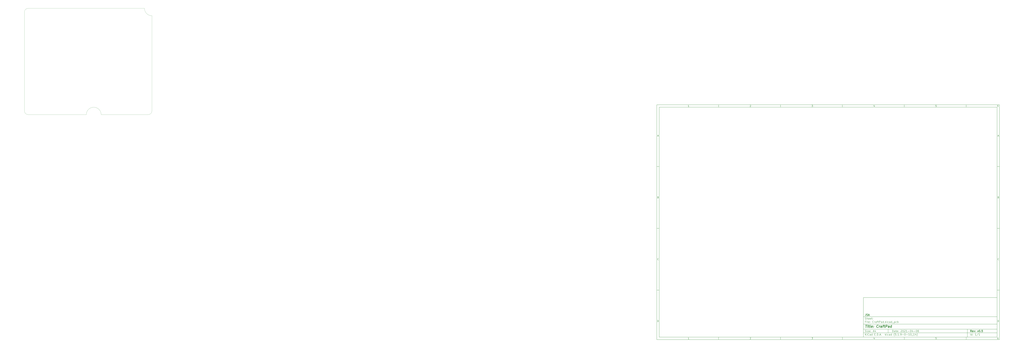
<source format=gbr>
%TF.GenerationSoftware,KiCad,Pcbnew,(5.1.9-0-10_14)*%
%TF.CreationDate,2021-04-06T08:54:49+08:00*%
%TF.ProjectId,CraftPad,43726166-7450-4616-942e-6b696361645f,v0.5*%
%TF.SameCoordinates,Original*%
%TF.FileFunction,Profile,NP*%
%FSLAX46Y46*%
G04 Gerber Fmt 4.6, Leading zero omitted, Abs format (unit mm)*
G04 Created by KiCad (PCBNEW (5.1.9-0-10_14)) date 2021-04-06 08:54:49*
%MOMM*%
%LPD*%
G01*
G04 APERTURE LIST*
%ADD10C,0.100000*%
%ADD11C,0.150000*%
%ADD12C,0.300000*%
%ADD13C,0.400000*%
%TA.AperFunction,Profile*%
%ADD14C,0.050000*%
%TD*%
%TA.AperFunction,Profile*%
%ADD15C,0.100000*%
%TD*%
G04 APERTURE END LIST*
D10*
D11*
X177002200Y-166007200D02*
X177002200Y-198007200D01*
X285002200Y-198007200D01*
X285002200Y-166007200D01*
X177002200Y-166007200D01*
D10*
D11*
X10000000Y-10000000D02*
X10000000Y-200007200D01*
X287002200Y-200007200D01*
X287002200Y-10000000D01*
X10000000Y-10000000D01*
D10*
D11*
X12000000Y-12000000D02*
X12000000Y-198007200D01*
X285002200Y-198007200D01*
X285002200Y-12000000D01*
X12000000Y-12000000D01*
D10*
D11*
X60000000Y-12000000D02*
X60000000Y-10000000D01*
D10*
D11*
X110000000Y-12000000D02*
X110000000Y-10000000D01*
D10*
D11*
X160000000Y-12000000D02*
X160000000Y-10000000D01*
D10*
D11*
X210000000Y-12000000D02*
X210000000Y-10000000D01*
D10*
D11*
X260000000Y-12000000D02*
X260000000Y-10000000D01*
D10*
D11*
X36065476Y-11588095D02*
X35322619Y-11588095D01*
X35694047Y-11588095D02*
X35694047Y-10288095D01*
X35570238Y-10473809D01*
X35446428Y-10597619D01*
X35322619Y-10659523D01*
D10*
D11*
X85322619Y-10411904D02*
X85384523Y-10350000D01*
X85508333Y-10288095D01*
X85817857Y-10288095D01*
X85941666Y-10350000D01*
X86003571Y-10411904D01*
X86065476Y-10535714D01*
X86065476Y-10659523D01*
X86003571Y-10845238D01*
X85260714Y-11588095D01*
X86065476Y-11588095D01*
D10*
D11*
X135260714Y-10288095D02*
X136065476Y-10288095D01*
X135632142Y-10783333D01*
X135817857Y-10783333D01*
X135941666Y-10845238D01*
X136003571Y-10907142D01*
X136065476Y-11030952D01*
X136065476Y-11340476D01*
X136003571Y-11464285D01*
X135941666Y-11526190D01*
X135817857Y-11588095D01*
X135446428Y-11588095D01*
X135322619Y-11526190D01*
X135260714Y-11464285D01*
D10*
D11*
X185941666Y-10721428D02*
X185941666Y-11588095D01*
X185632142Y-10226190D02*
X185322619Y-11154761D01*
X186127380Y-11154761D01*
D10*
D11*
X236003571Y-10288095D02*
X235384523Y-10288095D01*
X235322619Y-10907142D01*
X235384523Y-10845238D01*
X235508333Y-10783333D01*
X235817857Y-10783333D01*
X235941666Y-10845238D01*
X236003571Y-10907142D01*
X236065476Y-11030952D01*
X236065476Y-11340476D01*
X236003571Y-11464285D01*
X235941666Y-11526190D01*
X235817857Y-11588095D01*
X235508333Y-11588095D01*
X235384523Y-11526190D01*
X235322619Y-11464285D01*
D10*
D11*
X285941666Y-10288095D02*
X285694047Y-10288095D01*
X285570238Y-10350000D01*
X285508333Y-10411904D01*
X285384523Y-10597619D01*
X285322619Y-10845238D01*
X285322619Y-11340476D01*
X285384523Y-11464285D01*
X285446428Y-11526190D01*
X285570238Y-11588095D01*
X285817857Y-11588095D01*
X285941666Y-11526190D01*
X286003571Y-11464285D01*
X286065476Y-11340476D01*
X286065476Y-11030952D01*
X286003571Y-10907142D01*
X285941666Y-10845238D01*
X285817857Y-10783333D01*
X285570238Y-10783333D01*
X285446428Y-10845238D01*
X285384523Y-10907142D01*
X285322619Y-11030952D01*
D10*
D11*
X60000000Y-198007200D02*
X60000000Y-200007200D01*
D10*
D11*
X110000000Y-198007200D02*
X110000000Y-200007200D01*
D10*
D11*
X160000000Y-198007200D02*
X160000000Y-200007200D01*
D10*
D11*
X210000000Y-198007200D02*
X210000000Y-200007200D01*
D10*
D11*
X260000000Y-198007200D02*
X260000000Y-200007200D01*
D10*
D11*
X36065476Y-199595295D02*
X35322619Y-199595295D01*
X35694047Y-199595295D02*
X35694047Y-198295295D01*
X35570238Y-198481009D01*
X35446428Y-198604819D01*
X35322619Y-198666723D01*
D10*
D11*
X85322619Y-198419104D02*
X85384523Y-198357200D01*
X85508333Y-198295295D01*
X85817857Y-198295295D01*
X85941666Y-198357200D01*
X86003571Y-198419104D01*
X86065476Y-198542914D01*
X86065476Y-198666723D01*
X86003571Y-198852438D01*
X85260714Y-199595295D01*
X86065476Y-199595295D01*
D10*
D11*
X135260714Y-198295295D02*
X136065476Y-198295295D01*
X135632142Y-198790533D01*
X135817857Y-198790533D01*
X135941666Y-198852438D01*
X136003571Y-198914342D01*
X136065476Y-199038152D01*
X136065476Y-199347676D01*
X136003571Y-199471485D01*
X135941666Y-199533390D01*
X135817857Y-199595295D01*
X135446428Y-199595295D01*
X135322619Y-199533390D01*
X135260714Y-199471485D01*
D10*
D11*
X185941666Y-198728628D02*
X185941666Y-199595295D01*
X185632142Y-198233390D02*
X185322619Y-199161961D01*
X186127380Y-199161961D01*
D10*
D11*
X236003571Y-198295295D02*
X235384523Y-198295295D01*
X235322619Y-198914342D01*
X235384523Y-198852438D01*
X235508333Y-198790533D01*
X235817857Y-198790533D01*
X235941666Y-198852438D01*
X236003571Y-198914342D01*
X236065476Y-199038152D01*
X236065476Y-199347676D01*
X236003571Y-199471485D01*
X235941666Y-199533390D01*
X235817857Y-199595295D01*
X235508333Y-199595295D01*
X235384523Y-199533390D01*
X235322619Y-199471485D01*
D10*
D11*
X285941666Y-198295295D02*
X285694047Y-198295295D01*
X285570238Y-198357200D01*
X285508333Y-198419104D01*
X285384523Y-198604819D01*
X285322619Y-198852438D01*
X285322619Y-199347676D01*
X285384523Y-199471485D01*
X285446428Y-199533390D01*
X285570238Y-199595295D01*
X285817857Y-199595295D01*
X285941666Y-199533390D01*
X286003571Y-199471485D01*
X286065476Y-199347676D01*
X286065476Y-199038152D01*
X286003571Y-198914342D01*
X285941666Y-198852438D01*
X285817857Y-198790533D01*
X285570238Y-198790533D01*
X285446428Y-198852438D01*
X285384523Y-198914342D01*
X285322619Y-199038152D01*
D10*
D11*
X10000000Y-60000000D02*
X12000000Y-60000000D01*
D10*
D11*
X10000000Y-110000000D02*
X12000000Y-110000000D01*
D10*
D11*
X10000000Y-160000000D02*
X12000000Y-160000000D01*
D10*
D11*
X10690476Y-35216666D02*
X11309523Y-35216666D01*
X10566666Y-35588095D02*
X11000000Y-34288095D01*
X11433333Y-35588095D01*
D10*
D11*
X11092857Y-84907142D02*
X11278571Y-84969047D01*
X11340476Y-85030952D01*
X11402380Y-85154761D01*
X11402380Y-85340476D01*
X11340476Y-85464285D01*
X11278571Y-85526190D01*
X11154761Y-85588095D01*
X10659523Y-85588095D01*
X10659523Y-84288095D01*
X11092857Y-84288095D01*
X11216666Y-84350000D01*
X11278571Y-84411904D01*
X11340476Y-84535714D01*
X11340476Y-84659523D01*
X11278571Y-84783333D01*
X11216666Y-84845238D01*
X11092857Y-84907142D01*
X10659523Y-84907142D01*
D10*
D11*
X11402380Y-135464285D02*
X11340476Y-135526190D01*
X11154761Y-135588095D01*
X11030952Y-135588095D01*
X10845238Y-135526190D01*
X10721428Y-135402380D01*
X10659523Y-135278571D01*
X10597619Y-135030952D01*
X10597619Y-134845238D01*
X10659523Y-134597619D01*
X10721428Y-134473809D01*
X10845238Y-134350000D01*
X11030952Y-134288095D01*
X11154761Y-134288095D01*
X11340476Y-134350000D01*
X11402380Y-134411904D01*
D10*
D11*
X10659523Y-185588095D02*
X10659523Y-184288095D01*
X10969047Y-184288095D01*
X11154761Y-184350000D01*
X11278571Y-184473809D01*
X11340476Y-184597619D01*
X11402380Y-184845238D01*
X11402380Y-185030952D01*
X11340476Y-185278571D01*
X11278571Y-185402380D01*
X11154761Y-185526190D01*
X10969047Y-185588095D01*
X10659523Y-185588095D01*
D10*
D11*
X287002200Y-60000000D02*
X285002200Y-60000000D01*
D10*
D11*
X287002200Y-110000000D02*
X285002200Y-110000000D01*
D10*
D11*
X287002200Y-160000000D02*
X285002200Y-160000000D01*
D10*
D11*
X285692676Y-35216666D02*
X286311723Y-35216666D01*
X285568866Y-35588095D02*
X286002200Y-34288095D01*
X286435533Y-35588095D01*
D10*
D11*
X286095057Y-84907142D02*
X286280771Y-84969047D01*
X286342676Y-85030952D01*
X286404580Y-85154761D01*
X286404580Y-85340476D01*
X286342676Y-85464285D01*
X286280771Y-85526190D01*
X286156961Y-85588095D01*
X285661723Y-85588095D01*
X285661723Y-84288095D01*
X286095057Y-84288095D01*
X286218866Y-84350000D01*
X286280771Y-84411904D01*
X286342676Y-84535714D01*
X286342676Y-84659523D01*
X286280771Y-84783333D01*
X286218866Y-84845238D01*
X286095057Y-84907142D01*
X285661723Y-84907142D01*
D10*
D11*
X286404580Y-135464285D02*
X286342676Y-135526190D01*
X286156961Y-135588095D01*
X286033152Y-135588095D01*
X285847438Y-135526190D01*
X285723628Y-135402380D01*
X285661723Y-135278571D01*
X285599819Y-135030952D01*
X285599819Y-134845238D01*
X285661723Y-134597619D01*
X285723628Y-134473809D01*
X285847438Y-134350000D01*
X286033152Y-134288095D01*
X286156961Y-134288095D01*
X286342676Y-134350000D01*
X286404580Y-134411904D01*
D10*
D11*
X285661723Y-185588095D02*
X285661723Y-184288095D01*
X285971247Y-184288095D01*
X286156961Y-184350000D01*
X286280771Y-184473809D01*
X286342676Y-184597619D01*
X286404580Y-184845238D01*
X286404580Y-185030952D01*
X286342676Y-185278571D01*
X286280771Y-185402380D01*
X286156961Y-185526190D01*
X285971247Y-185588095D01*
X285661723Y-185588095D01*
D10*
D11*
X200434342Y-193785771D02*
X200434342Y-192285771D01*
X200791485Y-192285771D01*
X201005771Y-192357200D01*
X201148628Y-192500057D01*
X201220057Y-192642914D01*
X201291485Y-192928628D01*
X201291485Y-193142914D01*
X201220057Y-193428628D01*
X201148628Y-193571485D01*
X201005771Y-193714342D01*
X200791485Y-193785771D01*
X200434342Y-193785771D01*
X202577200Y-193785771D02*
X202577200Y-193000057D01*
X202505771Y-192857200D01*
X202362914Y-192785771D01*
X202077200Y-192785771D01*
X201934342Y-192857200D01*
X202577200Y-193714342D02*
X202434342Y-193785771D01*
X202077200Y-193785771D01*
X201934342Y-193714342D01*
X201862914Y-193571485D01*
X201862914Y-193428628D01*
X201934342Y-193285771D01*
X202077200Y-193214342D01*
X202434342Y-193214342D01*
X202577200Y-193142914D01*
X203077200Y-192785771D02*
X203648628Y-192785771D01*
X203291485Y-192285771D02*
X203291485Y-193571485D01*
X203362914Y-193714342D01*
X203505771Y-193785771D01*
X203648628Y-193785771D01*
X204720057Y-193714342D02*
X204577200Y-193785771D01*
X204291485Y-193785771D01*
X204148628Y-193714342D01*
X204077200Y-193571485D01*
X204077200Y-193000057D01*
X204148628Y-192857200D01*
X204291485Y-192785771D01*
X204577200Y-192785771D01*
X204720057Y-192857200D01*
X204791485Y-193000057D01*
X204791485Y-193142914D01*
X204077200Y-193285771D01*
X205434342Y-193642914D02*
X205505771Y-193714342D01*
X205434342Y-193785771D01*
X205362914Y-193714342D01*
X205434342Y-193642914D01*
X205434342Y-193785771D01*
X205434342Y-192857200D02*
X205505771Y-192928628D01*
X205434342Y-193000057D01*
X205362914Y-192928628D01*
X205434342Y-192857200D01*
X205434342Y-193000057D01*
X207220057Y-192428628D02*
X207291485Y-192357200D01*
X207434342Y-192285771D01*
X207791485Y-192285771D01*
X207934342Y-192357200D01*
X208005771Y-192428628D01*
X208077200Y-192571485D01*
X208077200Y-192714342D01*
X208005771Y-192928628D01*
X207148628Y-193785771D01*
X208077200Y-193785771D01*
X209005771Y-192285771D02*
X209148628Y-192285771D01*
X209291485Y-192357200D01*
X209362914Y-192428628D01*
X209434342Y-192571485D01*
X209505771Y-192857200D01*
X209505771Y-193214342D01*
X209434342Y-193500057D01*
X209362914Y-193642914D01*
X209291485Y-193714342D01*
X209148628Y-193785771D01*
X209005771Y-193785771D01*
X208862914Y-193714342D01*
X208791485Y-193642914D01*
X208720057Y-193500057D01*
X208648628Y-193214342D01*
X208648628Y-192857200D01*
X208720057Y-192571485D01*
X208791485Y-192428628D01*
X208862914Y-192357200D01*
X209005771Y-192285771D01*
X210077200Y-192428628D02*
X210148628Y-192357200D01*
X210291485Y-192285771D01*
X210648628Y-192285771D01*
X210791485Y-192357200D01*
X210862914Y-192428628D01*
X210934342Y-192571485D01*
X210934342Y-192714342D01*
X210862914Y-192928628D01*
X210005771Y-193785771D01*
X210934342Y-193785771D01*
X212362914Y-193785771D02*
X211505771Y-193785771D01*
X211934342Y-193785771D02*
X211934342Y-192285771D01*
X211791485Y-192500057D01*
X211648628Y-192642914D01*
X211505771Y-192714342D01*
X213005771Y-193214342D02*
X214148628Y-193214342D01*
X215148628Y-192285771D02*
X215291485Y-192285771D01*
X215434342Y-192357200D01*
X215505771Y-192428628D01*
X215577200Y-192571485D01*
X215648628Y-192857200D01*
X215648628Y-193214342D01*
X215577200Y-193500057D01*
X215505771Y-193642914D01*
X215434342Y-193714342D01*
X215291485Y-193785771D01*
X215148628Y-193785771D01*
X215005771Y-193714342D01*
X214934342Y-193642914D01*
X214862914Y-193500057D01*
X214791485Y-193214342D01*
X214791485Y-192857200D01*
X214862914Y-192571485D01*
X214934342Y-192428628D01*
X215005771Y-192357200D01*
X215148628Y-192285771D01*
X216934342Y-192785771D02*
X216934342Y-193785771D01*
X216577200Y-192214342D02*
X216220057Y-193285771D01*
X217148628Y-193285771D01*
X217720057Y-193214342D02*
X218862914Y-193214342D01*
X219862914Y-192285771D02*
X220005771Y-192285771D01*
X220148628Y-192357200D01*
X220220057Y-192428628D01*
X220291485Y-192571485D01*
X220362914Y-192857200D01*
X220362914Y-193214342D01*
X220291485Y-193500057D01*
X220220057Y-193642914D01*
X220148628Y-193714342D01*
X220005771Y-193785771D01*
X219862914Y-193785771D01*
X219720057Y-193714342D01*
X219648628Y-193642914D01*
X219577200Y-193500057D01*
X219505771Y-193214342D01*
X219505771Y-192857200D01*
X219577200Y-192571485D01*
X219648628Y-192428628D01*
X219720057Y-192357200D01*
X219862914Y-192285771D01*
X221648628Y-192285771D02*
X221362914Y-192285771D01*
X221220057Y-192357200D01*
X221148628Y-192428628D01*
X221005771Y-192642914D01*
X220934342Y-192928628D01*
X220934342Y-193500057D01*
X221005771Y-193642914D01*
X221077200Y-193714342D01*
X221220057Y-193785771D01*
X221505771Y-193785771D01*
X221648628Y-193714342D01*
X221720057Y-193642914D01*
X221791485Y-193500057D01*
X221791485Y-193142914D01*
X221720057Y-193000057D01*
X221648628Y-192928628D01*
X221505771Y-192857200D01*
X221220057Y-192857200D01*
X221077200Y-192928628D01*
X221005771Y-193000057D01*
X220934342Y-193142914D01*
D10*
D11*
X177002200Y-194507200D02*
X285002200Y-194507200D01*
D10*
D11*
X178434342Y-196585771D02*
X178434342Y-195085771D01*
X179291485Y-196585771D02*
X178648628Y-195728628D01*
X179291485Y-195085771D02*
X178434342Y-195942914D01*
X179934342Y-196585771D02*
X179934342Y-195585771D01*
X179934342Y-195085771D02*
X179862914Y-195157200D01*
X179934342Y-195228628D01*
X180005771Y-195157200D01*
X179934342Y-195085771D01*
X179934342Y-195228628D01*
X181505771Y-196442914D02*
X181434342Y-196514342D01*
X181220057Y-196585771D01*
X181077200Y-196585771D01*
X180862914Y-196514342D01*
X180720057Y-196371485D01*
X180648628Y-196228628D01*
X180577200Y-195942914D01*
X180577200Y-195728628D01*
X180648628Y-195442914D01*
X180720057Y-195300057D01*
X180862914Y-195157200D01*
X181077200Y-195085771D01*
X181220057Y-195085771D01*
X181434342Y-195157200D01*
X181505771Y-195228628D01*
X182791485Y-196585771D02*
X182791485Y-195800057D01*
X182720057Y-195657200D01*
X182577200Y-195585771D01*
X182291485Y-195585771D01*
X182148628Y-195657200D01*
X182791485Y-196514342D02*
X182648628Y-196585771D01*
X182291485Y-196585771D01*
X182148628Y-196514342D01*
X182077200Y-196371485D01*
X182077200Y-196228628D01*
X182148628Y-196085771D01*
X182291485Y-196014342D01*
X182648628Y-196014342D01*
X182791485Y-195942914D01*
X184148628Y-196585771D02*
X184148628Y-195085771D01*
X184148628Y-196514342D02*
X184005771Y-196585771D01*
X183720057Y-196585771D01*
X183577200Y-196514342D01*
X183505771Y-196442914D01*
X183434342Y-196300057D01*
X183434342Y-195871485D01*
X183505771Y-195728628D01*
X183577200Y-195657200D01*
X183720057Y-195585771D01*
X184005771Y-195585771D01*
X184148628Y-195657200D01*
X186005771Y-195800057D02*
X186505771Y-195800057D01*
X186720057Y-196585771D02*
X186005771Y-196585771D01*
X186005771Y-195085771D01*
X186720057Y-195085771D01*
X187362914Y-196442914D02*
X187434342Y-196514342D01*
X187362914Y-196585771D01*
X187291485Y-196514342D01*
X187362914Y-196442914D01*
X187362914Y-196585771D01*
X188077200Y-196585771D02*
X188077200Y-195085771D01*
X188434342Y-195085771D01*
X188648628Y-195157200D01*
X188791485Y-195300057D01*
X188862914Y-195442914D01*
X188934342Y-195728628D01*
X188934342Y-195942914D01*
X188862914Y-196228628D01*
X188791485Y-196371485D01*
X188648628Y-196514342D01*
X188434342Y-196585771D01*
X188077200Y-196585771D01*
X189577200Y-196442914D02*
X189648628Y-196514342D01*
X189577200Y-196585771D01*
X189505771Y-196514342D01*
X189577200Y-196442914D01*
X189577200Y-196585771D01*
X190220057Y-196157200D02*
X190934342Y-196157200D01*
X190077200Y-196585771D02*
X190577200Y-195085771D01*
X191077200Y-196585771D01*
X191577200Y-196442914D02*
X191648628Y-196514342D01*
X191577200Y-196585771D01*
X191505771Y-196514342D01*
X191577200Y-196442914D01*
X191577200Y-196585771D01*
X194577200Y-196585771D02*
X194577200Y-195085771D01*
X194720057Y-196014342D02*
X195148628Y-196585771D01*
X195148628Y-195585771D02*
X194577200Y-196157200D01*
X195791485Y-196585771D02*
X195791485Y-195585771D01*
X195791485Y-195085771D02*
X195720057Y-195157200D01*
X195791485Y-195228628D01*
X195862914Y-195157200D01*
X195791485Y-195085771D01*
X195791485Y-195228628D01*
X197148628Y-196514342D02*
X197005771Y-196585771D01*
X196720057Y-196585771D01*
X196577200Y-196514342D01*
X196505771Y-196442914D01*
X196434342Y-196300057D01*
X196434342Y-195871485D01*
X196505771Y-195728628D01*
X196577200Y-195657200D01*
X196720057Y-195585771D01*
X197005771Y-195585771D01*
X197148628Y-195657200D01*
X198434342Y-196585771D02*
X198434342Y-195800057D01*
X198362914Y-195657200D01*
X198220057Y-195585771D01*
X197934342Y-195585771D01*
X197791485Y-195657200D01*
X198434342Y-196514342D02*
X198291485Y-196585771D01*
X197934342Y-196585771D01*
X197791485Y-196514342D01*
X197720057Y-196371485D01*
X197720057Y-196228628D01*
X197791485Y-196085771D01*
X197934342Y-196014342D01*
X198291485Y-196014342D01*
X198434342Y-195942914D01*
X199791485Y-196585771D02*
X199791485Y-195085771D01*
X199791485Y-196514342D02*
X199648628Y-196585771D01*
X199362914Y-196585771D01*
X199220057Y-196514342D01*
X199148628Y-196442914D01*
X199077200Y-196300057D01*
X199077200Y-195871485D01*
X199148628Y-195728628D01*
X199220057Y-195657200D01*
X199362914Y-195585771D01*
X199648628Y-195585771D01*
X199791485Y-195657200D01*
X202077200Y-197157200D02*
X202005771Y-197085771D01*
X201862914Y-196871485D01*
X201791485Y-196728628D01*
X201720057Y-196514342D01*
X201648628Y-196157200D01*
X201648628Y-195871485D01*
X201720057Y-195514342D01*
X201791485Y-195300057D01*
X201862914Y-195157200D01*
X202005771Y-194942914D01*
X202077200Y-194871485D01*
X203362914Y-195085771D02*
X202648628Y-195085771D01*
X202577200Y-195800057D01*
X202648628Y-195728628D01*
X202791485Y-195657200D01*
X203148628Y-195657200D01*
X203291485Y-195728628D01*
X203362914Y-195800057D01*
X203434342Y-195942914D01*
X203434342Y-196300057D01*
X203362914Y-196442914D01*
X203291485Y-196514342D01*
X203148628Y-196585771D01*
X202791485Y-196585771D01*
X202648628Y-196514342D01*
X202577200Y-196442914D01*
X204077200Y-196442914D02*
X204148628Y-196514342D01*
X204077200Y-196585771D01*
X204005771Y-196514342D01*
X204077200Y-196442914D01*
X204077200Y-196585771D01*
X205577200Y-196585771D02*
X204720057Y-196585771D01*
X205148628Y-196585771D02*
X205148628Y-195085771D01*
X205005771Y-195300057D01*
X204862914Y-195442914D01*
X204720057Y-195514342D01*
X206220057Y-196442914D02*
X206291485Y-196514342D01*
X206220057Y-196585771D01*
X206148628Y-196514342D01*
X206220057Y-196442914D01*
X206220057Y-196585771D01*
X207005771Y-196585771D02*
X207291485Y-196585771D01*
X207434342Y-196514342D01*
X207505771Y-196442914D01*
X207648628Y-196228628D01*
X207720057Y-195942914D01*
X207720057Y-195371485D01*
X207648628Y-195228628D01*
X207577200Y-195157200D01*
X207434342Y-195085771D01*
X207148628Y-195085771D01*
X207005771Y-195157200D01*
X206934342Y-195228628D01*
X206862914Y-195371485D01*
X206862914Y-195728628D01*
X206934342Y-195871485D01*
X207005771Y-195942914D01*
X207148628Y-196014342D01*
X207434342Y-196014342D01*
X207577200Y-195942914D01*
X207648628Y-195871485D01*
X207720057Y-195728628D01*
X208362914Y-196014342D02*
X209505771Y-196014342D01*
X210505771Y-195085771D02*
X210648628Y-195085771D01*
X210791485Y-195157200D01*
X210862914Y-195228628D01*
X210934342Y-195371485D01*
X211005771Y-195657200D01*
X211005771Y-196014342D01*
X210934342Y-196300057D01*
X210862914Y-196442914D01*
X210791485Y-196514342D01*
X210648628Y-196585771D01*
X210505771Y-196585771D01*
X210362914Y-196514342D01*
X210291485Y-196442914D01*
X210220057Y-196300057D01*
X210148628Y-196014342D01*
X210148628Y-195657200D01*
X210220057Y-195371485D01*
X210291485Y-195228628D01*
X210362914Y-195157200D01*
X210505771Y-195085771D01*
X211648628Y-196014342D02*
X212791485Y-196014342D01*
X214291485Y-196585771D02*
X213434342Y-196585771D01*
X213862914Y-196585771D02*
X213862914Y-195085771D01*
X213720057Y-195300057D01*
X213577200Y-195442914D01*
X213434342Y-195514342D01*
X215220057Y-195085771D02*
X215362914Y-195085771D01*
X215505771Y-195157200D01*
X215577200Y-195228628D01*
X215648628Y-195371485D01*
X215720057Y-195657200D01*
X215720057Y-196014342D01*
X215648628Y-196300057D01*
X215577200Y-196442914D01*
X215505771Y-196514342D01*
X215362914Y-196585771D01*
X215220057Y-196585771D01*
X215077200Y-196514342D01*
X215005771Y-196442914D01*
X214934342Y-196300057D01*
X214862914Y-196014342D01*
X214862914Y-195657200D01*
X214934342Y-195371485D01*
X215005771Y-195228628D01*
X215077200Y-195157200D01*
X215220057Y-195085771D01*
X216005771Y-196728628D02*
X217148628Y-196728628D01*
X218291485Y-196585771D02*
X217434342Y-196585771D01*
X217862914Y-196585771D02*
X217862914Y-195085771D01*
X217720057Y-195300057D01*
X217577200Y-195442914D01*
X217434342Y-195514342D01*
X219577200Y-195585771D02*
X219577200Y-196585771D01*
X219220057Y-195014342D02*
X218862914Y-196085771D01*
X219791485Y-196085771D01*
X220220057Y-197157200D02*
X220291485Y-197085771D01*
X220434342Y-196871485D01*
X220505771Y-196728628D01*
X220577200Y-196514342D01*
X220648628Y-196157200D01*
X220648628Y-195871485D01*
X220577200Y-195514342D01*
X220505771Y-195300057D01*
X220434342Y-195157200D01*
X220291485Y-194942914D01*
X220220057Y-194871485D01*
D10*
D11*
X177002200Y-191507200D02*
X285002200Y-191507200D01*
D10*
D12*
X264411485Y-193785771D02*
X263911485Y-193071485D01*
X263554342Y-193785771D02*
X263554342Y-192285771D01*
X264125771Y-192285771D01*
X264268628Y-192357200D01*
X264340057Y-192428628D01*
X264411485Y-192571485D01*
X264411485Y-192785771D01*
X264340057Y-192928628D01*
X264268628Y-193000057D01*
X264125771Y-193071485D01*
X263554342Y-193071485D01*
X265625771Y-193714342D02*
X265482914Y-193785771D01*
X265197200Y-193785771D01*
X265054342Y-193714342D01*
X264982914Y-193571485D01*
X264982914Y-193000057D01*
X265054342Y-192857200D01*
X265197200Y-192785771D01*
X265482914Y-192785771D01*
X265625771Y-192857200D01*
X265697200Y-193000057D01*
X265697200Y-193142914D01*
X264982914Y-193285771D01*
X266197200Y-192785771D02*
X266554342Y-193785771D01*
X266911485Y-192785771D01*
X267482914Y-193642914D02*
X267554342Y-193714342D01*
X267482914Y-193785771D01*
X267411485Y-193714342D01*
X267482914Y-193642914D01*
X267482914Y-193785771D01*
X267482914Y-192857200D02*
X267554342Y-192928628D01*
X267482914Y-193000057D01*
X267411485Y-192928628D01*
X267482914Y-192857200D01*
X267482914Y-193000057D01*
X269197200Y-192785771D02*
X269554342Y-193785771D01*
X269911485Y-192785771D01*
X270768628Y-192285771D02*
X270911485Y-192285771D01*
X271054342Y-192357200D01*
X271125771Y-192428628D01*
X271197200Y-192571485D01*
X271268628Y-192857200D01*
X271268628Y-193214342D01*
X271197200Y-193500057D01*
X271125771Y-193642914D01*
X271054342Y-193714342D01*
X270911485Y-193785771D01*
X270768628Y-193785771D01*
X270625771Y-193714342D01*
X270554342Y-193642914D01*
X270482914Y-193500057D01*
X270411485Y-193214342D01*
X270411485Y-192857200D01*
X270482914Y-192571485D01*
X270554342Y-192428628D01*
X270625771Y-192357200D01*
X270768628Y-192285771D01*
X271911485Y-193642914D02*
X271982914Y-193714342D01*
X271911485Y-193785771D01*
X271840057Y-193714342D01*
X271911485Y-193642914D01*
X271911485Y-193785771D01*
X273340057Y-192285771D02*
X272625771Y-192285771D01*
X272554342Y-193000057D01*
X272625771Y-192928628D01*
X272768628Y-192857200D01*
X273125771Y-192857200D01*
X273268628Y-192928628D01*
X273340057Y-193000057D01*
X273411485Y-193142914D01*
X273411485Y-193500057D01*
X273340057Y-193642914D01*
X273268628Y-193714342D01*
X273125771Y-193785771D01*
X272768628Y-193785771D01*
X272625771Y-193714342D01*
X272554342Y-193642914D01*
D10*
D11*
X178362914Y-193714342D02*
X178577200Y-193785771D01*
X178934342Y-193785771D01*
X179077200Y-193714342D01*
X179148628Y-193642914D01*
X179220057Y-193500057D01*
X179220057Y-193357200D01*
X179148628Y-193214342D01*
X179077200Y-193142914D01*
X178934342Y-193071485D01*
X178648628Y-193000057D01*
X178505771Y-192928628D01*
X178434342Y-192857200D01*
X178362914Y-192714342D01*
X178362914Y-192571485D01*
X178434342Y-192428628D01*
X178505771Y-192357200D01*
X178648628Y-192285771D01*
X179005771Y-192285771D01*
X179220057Y-192357200D01*
X179862914Y-193785771D02*
X179862914Y-192785771D01*
X179862914Y-192285771D02*
X179791485Y-192357200D01*
X179862914Y-192428628D01*
X179934342Y-192357200D01*
X179862914Y-192285771D01*
X179862914Y-192428628D01*
X180434342Y-192785771D02*
X181220057Y-192785771D01*
X180434342Y-193785771D01*
X181220057Y-193785771D01*
X182362914Y-193714342D02*
X182220057Y-193785771D01*
X181934342Y-193785771D01*
X181791485Y-193714342D01*
X181720057Y-193571485D01*
X181720057Y-193000057D01*
X181791485Y-192857200D01*
X181934342Y-192785771D01*
X182220057Y-192785771D01*
X182362914Y-192857200D01*
X182434342Y-193000057D01*
X182434342Y-193142914D01*
X181720057Y-193285771D01*
X183077200Y-193642914D02*
X183148628Y-193714342D01*
X183077200Y-193785771D01*
X183005771Y-193714342D01*
X183077200Y-193642914D01*
X183077200Y-193785771D01*
X183077200Y-192857200D02*
X183148628Y-192928628D01*
X183077200Y-193000057D01*
X183005771Y-192928628D01*
X183077200Y-192857200D01*
X183077200Y-193000057D01*
X184862914Y-193357200D02*
X185577200Y-193357200D01*
X184720057Y-193785771D02*
X185220057Y-192285771D01*
X185720057Y-193785771D01*
X186862914Y-192785771D02*
X186862914Y-193785771D01*
X186505771Y-192214342D02*
X186148628Y-193285771D01*
X187077200Y-193285771D01*
D10*
D11*
X263434342Y-196585771D02*
X263434342Y-195085771D01*
X264791485Y-196585771D02*
X264791485Y-195085771D01*
X264791485Y-196514342D02*
X264648628Y-196585771D01*
X264362914Y-196585771D01*
X264220057Y-196514342D01*
X264148628Y-196442914D01*
X264077200Y-196300057D01*
X264077200Y-195871485D01*
X264148628Y-195728628D01*
X264220057Y-195657200D01*
X264362914Y-195585771D01*
X264648628Y-195585771D01*
X264791485Y-195657200D01*
X265505771Y-196442914D02*
X265577200Y-196514342D01*
X265505771Y-196585771D01*
X265434342Y-196514342D01*
X265505771Y-196442914D01*
X265505771Y-196585771D01*
X265505771Y-195657200D02*
X265577200Y-195728628D01*
X265505771Y-195800057D01*
X265434342Y-195728628D01*
X265505771Y-195657200D01*
X265505771Y-195800057D01*
X268148628Y-196585771D02*
X267291485Y-196585771D01*
X267720057Y-196585771D02*
X267720057Y-195085771D01*
X267577200Y-195300057D01*
X267434342Y-195442914D01*
X267291485Y-195514342D01*
X269862914Y-195014342D02*
X268577200Y-196942914D01*
X271148628Y-196585771D02*
X270291485Y-196585771D01*
X270720057Y-196585771D02*
X270720057Y-195085771D01*
X270577200Y-195300057D01*
X270434342Y-195442914D01*
X270291485Y-195514342D01*
D10*
D11*
X177002200Y-187507200D02*
X285002200Y-187507200D01*
D10*
D13*
X178714580Y-188211961D02*
X179857438Y-188211961D01*
X179036009Y-190211961D02*
X179286009Y-188211961D01*
X180274104Y-190211961D02*
X180440771Y-188878628D01*
X180524104Y-188211961D02*
X180416961Y-188307200D01*
X180500295Y-188402438D01*
X180607438Y-188307200D01*
X180524104Y-188211961D01*
X180500295Y-188402438D01*
X181107438Y-188878628D02*
X181869342Y-188878628D01*
X181476485Y-188211961D02*
X181262200Y-189926247D01*
X181333628Y-190116723D01*
X181512200Y-190211961D01*
X181702676Y-190211961D01*
X182655057Y-190211961D02*
X182476485Y-190116723D01*
X182405057Y-189926247D01*
X182619342Y-188211961D01*
X184190771Y-190116723D02*
X183988390Y-190211961D01*
X183607438Y-190211961D01*
X183428866Y-190116723D01*
X183357438Y-189926247D01*
X183452676Y-189164342D01*
X183571723Y-188973866D01*
X183774104Y-188878628D01*
X184155057Y-188878628D01*
X184333628Y-188973866D01*
X184405057Y-189164342D01*
X184381247Y-189354819D01*
X183405057Y-189545295D01*
X185155057Y-190021485D02*
X185238390Y-190116723D01*
X185131247Y-190211961D01*
X185047914Y-190116723D01*
X185155057Y-190021485D01*
X185131247Y-190211961D01*
X185286009Y-188973866D02*
X185369342Y-189069104D01*
X185262200Y-189164342D01*
X185178866Y-189069104D01*
X185286009Y-188973866D01*
X185262200Y-189164342D01*
X188774104Y-190021485D02*
X188666961Y-190116723D01*
X188369342Y-190211961D01*
X188178866Y-190211961D01*
X187905057Y-190116723D01*
X187738390Y-189926247D01*
X187666961Y-189735771D01*
X187619342Y-189354819D01*
X187655057Y-189069104D01*
X187797914Y-188688152D01*
X187916961Y-188497676D01*
X188131247Y-188307200D01*
X188428866Y-188211961D01*
X188619342Y-188211961D01*
X188893152Y-188307200D01*
X188976485Y-188402438D01*
X189607438Y-190211961D02*
X189774104Y-188878628D01*
X189726485Y-189259580D02*
X189845533Y-189069104D01*
X189952676Y-188973866D01*
X190155057Y-188878628D01*
X190345533Y-188878628D01*
X191702676Y-190211961D02*
X191833628Y-189164342D01*
X191762200Y-188973866D01*
X191583628Y-188878628D01*
X191202676Y-188878628D01*
X191000295Y-188973866D01*
X191714580Y-190116723D02*
X191512200Y-190211961D01*
X191036009Y-190211961D01*
X190857438Y-190116723D01*
X190786009Y-189926247D01*
X190809819Y-189735771D01*
X190928866Y-189545295D01*
X191131247Y-189450057D01*
X191607438Y-189450057D01*
X191809819Y-189354819D01*
X192536009Y-188878628D02*
X193297914Y-188878628D01*
X192655057Y-190211961D02*
X192869342Y-188497676D01*
X192988390Y-188307200D01*
X193190771Y-188211961D01*
X193381247Y-188211961D01*
X193678866Y-188878628D02*
X194440771Y-188878628D01*
X194047914Y-188211961D02*
X193833628Y-189926247D01*
X193905057Y-190116723D01*
X194083628Y-190211961D01*
X194274104Y-190211961D01*
X194940771Y-190211961D02*
X195190771Y-188211961D01*
X195952676Y-188211961D01*
X196131247Y-188307200D01*
X196214580Y-188402438D01*
X196286009Y-188592914D01*
X196250295Y-188878628D01*
X196131247Y-189069104D01*
X196024104Y-189164342D01*
X195821723Y-189259580D01*
X195059819Y-189259580D01*
X197797914Y-190211961D02*
X197928866Y-189164342D01*
X197857438Y-188973866D01*
X197678866Y-188878628D01*
X197297914Y-188878628D01*
X197095533Y-188973866D01*
X197809819Y-190116723D02*
X197607438Y-190211961D01*
X197131247Y-190211961D01*
X196952676Y-190116723D01*
X196881247Y-189926247D01*
X196905057Y-189735771D01*
X197024104Y-189545295D01*
X197226485Y-189450057D01*
X197702676Y-189450057D01*
X197905057Y-189354819D01*
X199607438Y-190211961D02*
X199857438Y-188211961D01*
X199619342Y-190116723D02*
X199416961Y-190211961D01*
X199036009Y-190211961D01*
X198857438Y-190116723D01*
X198774104Y-190021485D01*
X198702676Y-189831009D01*
X198774104Y-189259580D01*
X198893152Y-189069104D01*
X199000295Y-188973866D01*
X199202676Y-188878628D01*
X199583628Y-188878628D01*
X199762200Y-188973866D01*
D10*
D11*
X178934342Y-185600057D02*
X178434342Y-185600057D01*
X178434342Y-186385771D02*
X178434342Y-184885771D01*
X179148628Y-184885771D01*
X179720057Y-186385771D02*
X179720057Y-185385771D01*
X179720057Y-184885771D02*
X179648628Y-184957200D01*
X179720057Y-185028628D01*
X179791485Y-184957200D01*
X179720057Y-184885771D01*
X179720057Y-185028628D01*
X180648628Y-186385771D02*
X180505771Y-186314342D01*
X180434342Y-186171485D01*
X180434342Y-184885771D01*
X181791485Y-186314342D02*
X181648628Y-186385771D01*
X181362914Y-186385771D01*
X181220057Y-186314342D01*
X181148628Y-186171485D01*
X181148628Y-185600057D01*
X181220057Y-185457200D01*
X181362914Y-185385771D01*
X181648628Y-185385771D01*
X181791485Y-185457200D01*
X181862914Y-185600057D01*
X181862914Y-185742914D01*
X181148628Y-185885771D01*
X182505771Y-186242914D02*
X182577200Y-186314342D01*
X182505771Y-186385771D01*
X182434342Y-186314342D01*
X182505771Y-186242914D01*
X182505771Y-186385771D01*
X182505771Y-185457200D02*
X182577200Y-185528628D01*
X182505771Y-185600057D01*
X182434342Y-185528628D01*
X182505771Y-185457200D01*
X182505771Y-185600057D01*
X185220057Y-186242914D02*
X185148628Y-186314342D01*
X184934342Y-186385771D01*
X184791485Y-186385771D01*
X184577200Y-186314342D01*
X184434342Y-186171485D01*
X184362914Y-186028628D01*
X184291485Y-185742914D01*
X184291485Y-185528628D01*
X184362914Y-185242914D01*
X184434342Y-185100057D01*
X184577200Y-184957200D01*
X184791485Y-184885771D01*
X184934342Y-184885771D01*
X185148628Y-184957200D01*
X185220057Y-185028628D01*
X185862914Y-186385771D02*
X185862914Y-185385771D01*
X185862914Y-185671485D02*
X185934342Y-185528628D01*
X186005771Y-185457200D01*
X186148628Y-185385771D01*
X186291485Y-185385771D01*
X187434342Y-186385771D02*
X187434342Y-185600057D01*
X187362914Y-185457200D01*
X187220057Y-185385771D01*
X186934342Y-185385771D01*
X186791485Y-185457200D01*
X187434342Y-186314342D02*
X187291485Y-186385771D01*
X186934342Y-186385771D01*
X186791485Y-186314342D01*
X186720057Y-186171485D01*
X186720057Y-186028628D01*
X186791485Y-185885771D01*
X186934342Y-185814342D01*
X187291485Y-185814342D01*
X187434342Y-185742914D01*
X187934342Y-185385771D02*
X188505771Y-185385771D01*
X188148628Y-186385771D02*
X188148628Y-185100057D01*
X188220057Y-184957200D01*
X188362914Y-184885771D01*
X188505771Y-184885771D01*
X188791485Y-185385771D02*
X189362914Y-185385771D01*
X189005771Y-184885771D02*
X189005771Y-186171485D01*
X189077200Y-186314342D01*
X189220057Y-186385771D01*
X189362914Y-186385771D01*
X189862914Y-186385771D02*
X189862914Y-184885771D01*
X190434342Y-184885771D01*
X190577200Y-184957200D01*
X190648628Y-185028628D01*
X190720057Y-185171485D01*
X190720057Y-185385771D01*
X190648628Y-185528628D01*
X190577200Y-185600057D01*
X190434342Y-185671485D01*
X189862914Y-185671485D01*
X192005771Y-186385771D02*
X192005771Y-185600057D01*
X191934342Y-185457200D01*
X191791485Y-185385771D01*
X191505771Y-185385771D01*
X191362914Y-185457200D01*
X192005771Y-186314342D02*
X191862914Y-186385771D01*
X191505771Y-186385771D01*
X191362914Y-186314342D01*
X191291485Y-186171485D01*
X191291485Y-186028628D01*
X191362914Y-185885771D01*
X191505771Y-185814342D01*
X191862914Y-185814342D01*
X192005771Y-185742914D01*
X193362914Y-186385771D02*
X193362914Y-184885771D01*
X193362914Y-186314342D02*
X193220057Y-186385771D01*
X192934342Y-186385771D01*
X192791485Y-186314342D01*
X192720057Y-186242914D01*
X192648628Y-186100057D01*
X192648628Y-185671485D01*
X192720057Y-185528628D01*
X192791485Y-185457200D01*
X192934342Y-185385771D01*
X193220057Y-185385771D01*
X193362914Y-185457200D01*
X194077200Y-186242914D02*
X194148628Y-186314342D01*
X194077200Y-186385771D01*
X194005771Y-186314342D01*
X194077200Y-186242914D01*
X194077200Y-186385771D01*
X194791485Y-186385771D02*
X194791485Y-184885771D01*
X194934342Y-185814342D02*
X195362914Y-186385771D01*
X195362914Y-185385771D02*
X194791485Y-185957200D01*
X196005771Y-186385771D02*
X196005771Y-185385771D01*
X196005771Y-184885771D02*
X195934342Y-184957200D01*
X196005771Y-185028628D01*
X196077200Y-184957200D01*
X196005771Y-184885771D01*
X196005771Y-185028628D01*
X197362914Y-186314342D02*
X197220057Y-186385771D01*
X196934342Y-186385771D01*
X196791485Y-186314342D01*
X196720057Y-186242914D01*
X196648628Y-186100057D01*
X196648628Y-185671485D01*
X196720057Y-185528628D01*
X196791485Y-185457200D01*
X196934342Y-185385771D01*
X197220057Y-185385771D01*
X197362914Y-185457200D01*
X198648628Y-186385771D02*
X198648628Y-185600057D01*
X198577200Y-185457200D01*
X198434342Y-185385771D01*
X198148628Y-185385771D01*
X198005771Y-185457200D01*
X198648628Y-186314342D02*
X198505771Y-186385771D01*
X198148628Y-186385771D01*
X198005771Y-186314342D01*
X197934342Y-186171485D01*
X197934342Y-186028628D01*
X198005771Y-185885771D01*
X198148628Y-185814342D01*
X198505771Y-185814342D01*
X198648628Y-185742914D01*
X200005771Y-186385771D02*
X200005771Y-184885771D01*
X200005771Y-186314342D02*
X199862914Y-186385771D01*
X199577200Y-186385771D01*
X199434342Y-186314342D01*
X199362914Y-186242914D01*
X199291485Y-186100057D01*
X199291485Y-185671485D01*
X199362914Y-185528628D01*
X199434342Y-185457200D01*
X199577200Y-185385771D01*
X199862914Y-185385771D01*
X200005771Y-185457200D01*
X200362914Y-186528628D02*
X201505771Y-186528628D01*
X201862914Y-185385771D02*
X201862914Y-186885771D01*
X201862914Y-185457200D02*
X202005771Y-185385771D01*
X202291485Y-185385771D01*
X202434342Y-185457200D01*
X202505771Y-185528628D01*
X202577200Y-185671485D01*
X202577200Y-186100057D01*
X202505771Y-186242914D01*
X202434342Y-186314342D01*
X202291485Y-186385771D01*
X202005771Y-186385771D01*
X201862914Y-186314342D01*
X203862914Y-186314342D02*
X203720057Y-186385771D01*
X203434342Y-186385771D01*
X203291485Y-186314342D01*
X203220057Y-186242914D01*
X203148628Y-186100057D01*
X203148628Y-185671485D01*
X203220057Y-185528628D01*
X203291485Y-185457200D01*
X203434342Y-185385771D01*
X203720057Y-185385771D01*
X203862914Y-185457200D01*
X204505771Y-186385771D02*
X204505771Y-184885771D01*
X204505771Y-185457200D02*
X204648628Y-185385771D01*
X204934342Y-185385771D01*
X205077200Y-185457200D01*
X205148628Y-185528628D01*
X205220057Y-185671485D01*
X205220057Y-186100057D01*
X205148628Y-186242914D01*
X205077200Y-186314342D01*
X204934342Y-186385771D01*
X204648628Y-186385771D01*
X204505771Y-186314342D01*
D10*
D11*
X177002200Y-181507200D02*
X285002200Y-181507200D01*
D10*
D11*
X178362914Y-183614342D02*
X178577200Y-183685771D01*
X178934342Y-183685771D01*
X179077200Y-183614342D01*
X179148628Y-183542914D01*
X179220057Y-183400057D01*
X179220057Y-183257200D01*
X179148628Y-183114342D01*
X179077200Y-183042914D01*
X178934342Y-182971485D01*
X178648628Y-182900057D01*
X178505771Y-182828628D01*
X178434342Y-182757200D01*
X178362914Y-182614342D01*
X178362914Y-182471485D01*
X178434342Y-182328628D01*
X178505771Y-182257200D01*
X178648628Y-182185771D01*
X179005771Y-182185771D01*
X179220057Y-182257200D01*
X179862914Y-183685771D02*
X179862914Y-182185771D01*
X180505771Y-183685771D02*
X180505771Y-182900057D01*
X180434342Y-182757200D01*
X180291485Y-182685771D01*
X180077200Y-182685771D01*
X179934342Y-182757200D01*
X179862914Y-182828628D01*
X181791485Y-183614342D02*
X181648628Y-183685771D01*
X181362914Y-183685771D01*
X181220057Y-183614342D01*
X181148628Y-183471485D01*
X181148628Y-182900057D01*
X181220057Y-182757200D01*
X181362914Y-182685771D01*
X181648628Y-182685771D01*
X181791485Y-182757200D01*
X181862914Y-182900057D01*
X181862914Y-183042914D01*
X181148628Y-183185771D01*
X183077200Y-183614342D02*
X182934342Y-183685771D01*
X182648628Y-183685771D01*
X182505771Y-183614342D01*
X182434342Y-183471485D01*
X182434342Y-182900057D01*
X182505771Y-182757200D01*
X182648628Y-182685771D01*
X182934342Y-182685771D01*
X183077200Y-182757200D01*
X183148628Y-182900057D01*
X183148628Y-183042914D01*
X182434342Y-183185771D01*
X183577200Y-182685771D02*
X184148628Y-182685771D01*
X183791485Y-182185771D02*
X183791485Y-183471485D01*
X183862914Y-183614342D01*
X184005771Y-183685771D01*
X184148628Y-183685771D01*
X184648628Y-183542914D02*
X184720057Y-183614342D01*
X184648628Y-183685771D01*
X184577200Y-183614342D01*
X184648628Y-183542914D01*
X184648628Y-183685771D01*
X184648628Y-182757200D02*
X184720057Y-182828628D01*
X184648628Y-182900057D01*
X184577200Y-182828628D01*
X184648628Y-182757200D01*
X184648628Y-182900057D01*
D10*
D12*
X178982914Y-179185771D02*
X178982914Y-180257200D01*
X178911485Y-180471485D01*
X178768628Y-180614342D01*
X178554342Y-180685771D01*
X178411485Y-180685771D01*
X179625771Y-180614342D02*
X179840057Y-180685771D01*
X180197200Y-180685771D01*
X180340057Y-180614342D01*
X180411485Y-180542914D01*
X180482914Y-180400057D01*
X180482914Y-180257200D01*
X180411485Y-180114342D01*
X180340057Y-180042914D01*
X180197200Y-179971485D01*
X179911485Y-179900057D01*
X179768628Y-179828628D01*
X179697200Y-179757200D01*
X179625771Y-179614342D01*
X179625771Y-179471485D01*
X179697200Y-179328628D01*
X179768628Y-179257200D01*
X179911485Y-179185771D01*
X180268628Y-179185771D01*
X180482914Y-179257200D01*
X181054342Y-180257200D02*
X181768628Y-180257200D01*
X180911485Y-180685771D02*
X181411485Y-179185771D01*
X181911485Y-180685771D01*
D10*
D11*
X197002200Y-191507200D02*
X197002200Y-194507200D01*
D10*
D11*
X261002200Y-191507200D02*
X261002200Y-198007200D01*
D14*
X-451000000Y-18000000D02*
G75*
G02*
X-439000000Y-18000000I6000000J0D01*
G01*
X-398000000Y62000000D02*
G75*
G02*
X-404000000Y68000000I0J6000000D01*
G01*
X-451000000Y-18000000D02*
X-498000000Y-18000000D01*
X-439000000Y-18000000D02*
X-401000000Y-18000000D01*
D15*
X-501000000Y65000000D02*
G75*
G02*
X-498000000Y68000000I3000000J0D01*
G01*
X-498000000Y-18000000D02*
G75*
G02*
X-501000000Y-15000000I0J3000000D01*
G01*
X-398000000Y-15000000D02*
G75*
G02*
X-401000000Y-18000000I-3000000J0D01*
G01*
X-498000000Y68000000D02*
X-404000000Y68000000D01*
X-501000000Y-15000000D02*
X-501000000Y65000000D01*
X-398000000Y62000000D02*
X-398000000Y-15000000D01*
M02*

</source>
